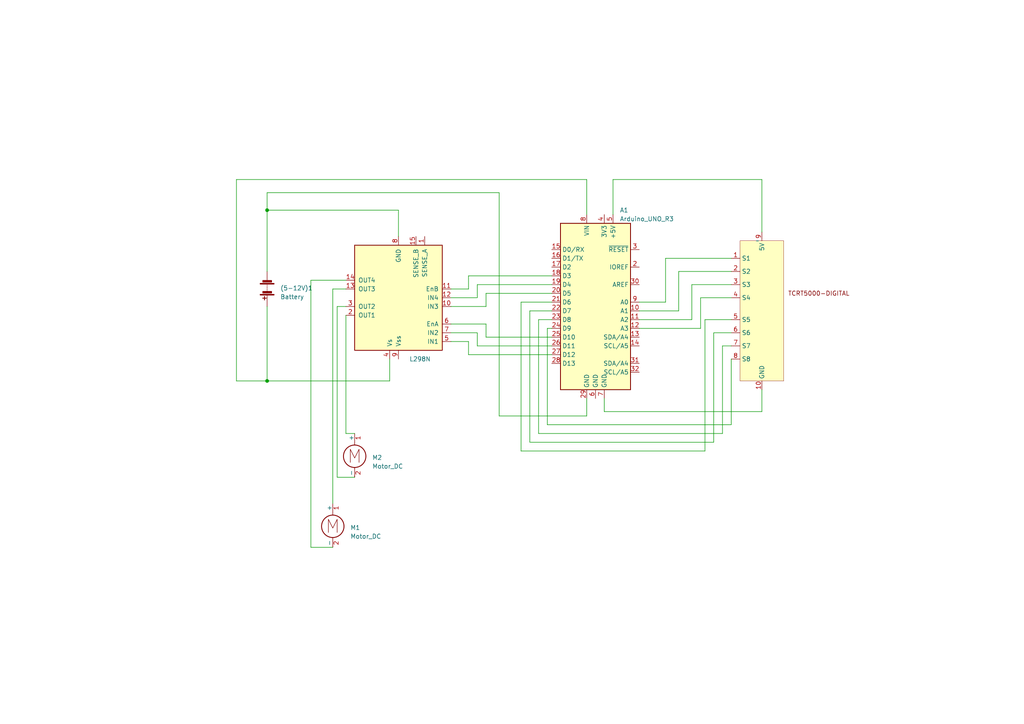
<source format=kicad_sch>
(kicad_sch (version 20230121) (generator eeschema)

  (uuid 09cc8725-bd0b-4926-aa96-4a8eef98aa3c)

  (paper "A4")

  (lib_symbols
    (symbol "Device:Battery" (pin_numbers hide) (pin_names (offset 0) hide) (in_bom yes) (on_board yes)
      (property "Reference" "BT" (at 2.54 2.54 0)
        (effects (font (size 1.27 1.27)) (justify left))
      )
      (property "Value" "Battery" (at 2.54 0 0)
        (effects (font (size 1.27 1.27)) (justify left))
      )
      (property "Footprint" "" (at 0 1.524 90)
        (effects (font (size 1.27 1.27)) hide)
      )
      (property "Datasheet" "~" (at 0 1.524 90)
        (effects (font (size 1.27 1.27)) hide)
      )
      (property "ki_keywords" "batt voltage-source cell" (at 0 0 0)
        (effects (font (size 1.27 1.27)) hide)
      )
      (property "ki_description" "Multiple-cell battery" (at 0 0 0)
        (effects (font (size 1.27 1.27)) hide)
      )
      (symbol "Battery_0_1"
        (rectangle (start -2.032 -1.397) (end 2.032 -1.651)
          (stroke (width 0) (type default))
          (fill (type outline))
        )
        (rectangle (start -2.032 1.778) (end 2.032 1.524)
          (stroke (width 0) (type default))
          (fill (type outline))
        )
        (rectangle (start -1.3208 -1.9812) (end 1.27 -2.4892)
          (stroke (width 0) (type default))
          (fill (type outline))
        )
        (rectangle (start -1.3208 1.1938) (end 1.27 0.6858)
          (stroke (width 0) (type default))
          (fill (type outline))
        )
        (polyline
          (pts
            (xy 0 -1.524)
            (xy 0 -1.27)
          )
          (stroke (width 0) (type default))
          (fill (type none))
        )
        (polyline
          (pts
            (xy 0 -1.016)
            (xy 0 -0.762)
          )
          (stroke (width 0) (type default))
          (fill (type none))
        )
        (polyline
          (pts
            (xy 0 -0.508)
            (xy 0 -0.254)
          )
          (stroke (width 0) (type default))
          (fill (type none))
        )
        (polyline
          (pts
            (xy 0 0)
            (xy 0 0.254)
          )
          (stroke (width 0) (type default))
          (fill (type none))
        )
        (polyline
          (pts
            (xy 0 0.508)
            (xy 0 0.762)
          )
          (stroke (width 0) (type default))
          (fill (type none))
        )
        (polyline
          (pts
            (xy 0 1.778)
            (xy 0 2.54)
          )
          (stroke (width 0) (type default))
          (fill (type none))
        )
        (polyline
          (pts
            (xy 0.254 2.667)
            (xy 1.27 2.667)
          )
          (stroke (width 0.254) (type default))
          (fill (type none))
        )
        (polyline
          (pts
            (xy 0.762 3.175)
            (xy 0.762 2.159)
          )
          (stroke (width 0.254) (type default))
          (fill (type none))
        )
      )
      (symbol "Battery_1_1"
        (pin passive line (at 0 5.08 270) (length 2.54)
          (name "+" (effects (font (size 1.27 1.27))))
          (number "1" (effects (font (size 1.27 1.27))))
        )
        (pin passive line (at 0 -5.08 90) (length 2.54)
          (name "-" (effects (font (size 1.27 1.27))))
          (number "2" (effects (font (size 1.27 1.27))))
        )
      )
    )
    (symbol "Driver_Motor:L298N" (pin_names (offset 1.016)) (in_bom yes) (on_board yes)
      (property "Reference" "U" (at -10.16 16.51 0)
        (effects (font (size 1.27 1.27)) (justify right))
      )
      (property "Value" "L298N" (at 12.7 16.51 0)
        (effects (font (size 1.27 1.27)) (justify right))
      )
      (property "Footprint" "Package_TO_SOT_THT:TO-220-15_P2.54x2.54mm_StaggerOdd_Lead4.58mm_Vertical" (at 1.27 -16.51 0)
        (effects (font (size 1.27 1.27)) (justify left) hide)
      )
      (property "Datasheet" "http://www.st.com/st-web-ui/static/active/en/resource/technical/document/datasheet/CD00000240.pdf" (at 3.81 6.35 0)
        (effects (font (size 1.27 1.27)) hide)
      )
      (property "ki_keywords" "H-bridge motor driver" (at 0 0 0)
        (effects (font (size 1.27 1.27)) hide)
      )
      (property "ki_description" "Dual full bridge motor driver, up to 46V, 4A, Multiwatt15-V" (at 0 0 0)
        (effects (font (size 1.27 1.27)) hide)
      )
      (property "ki_fp_filters" "TO?220*StaggerOdd*Vertical*" (at 0 0 0)
        (effects (font (size 1.27 1.27)) hide)
      )
      (symbol "L298N_0_1"
        (rectangle (start -12.7 15.24) (end 12.7 -15.24)
          (stroke (width 0.254) (type default))
          (fill (type background))
        )
      )
      (symbol "L298N_1_1"
        (pin power_in line (at -7.62 -17.78 90) (length 2.54)
          (name "SENSE_A" (effects (font (size 1.27 1.27))))
          (number "1" (effects (font (size 1.27 1.27))))
        )
        (pin input line (at -15.24 2.54 0) (length 2.54)
          (name "IN3" (effects (font (size 1.27 1.27))))
          (number "10" (effects (font (size 1.27 1.27))))
        )
        (pin input line (at -15.24 -2.54 0) (length 2.54)
          (name "EnB" (effects (font (size 1.27 1.27))))
          (number "11" (effects (font (size 1.27 1.27))))
        )
        (pin input line (at -15.24 0 0) (length 2.54)
          (name "IN4" (effects (font (size 1.27 1.27))))
          (number "12" (effects (font (size 1.27 1.27))))
        )
        (pin output line (at 15.24 -2.54 180) (length 2.54)
          (name "OUT3" (effects (font (size 1.27 1.27))))
          (number "13" (effects (font (size 1.27 1.27))))
        )
        (pin output line (at 15.24 -5.08 180) (length 2.54)
          (name "OUT4" (effects (font (size 1.27 1.27))))
          (number "14" (effects (font (size 1.27 1.27))))
        )
        (pin power_in line (at -5.08 -17.78 90) (length 2.54)
          (name "SENSE_B" (effects (font (size 1.27 1.27))))
          (number "15" (effects (font (size 1.27 1.27))))
        )
        (pin output line (at 15.24 5.08 180) (length 2.54)
          (name "OUT1" (effects (font (size 1.27 1.27))))
          (number "2" (effects (font (size 1.27 1.27))))
        )
        (pin output line (at 15.24 2.54 180) (length 2.54)
          (name "OUT2" (effects (font (size 1.27 1.27))))
          (number "3" (effects (font (size 1.27 1.27))))
        )
        (pin power_in line (at 2.54 17.78 270) (length 2.54)
          (name "Vs" (effects (font (size 1.27 1.27))))
          (number "4" (effects (font (size 1.27 1.27))))
        )
        (pin input line (at -15.24 12.7 0) (length 2.54)
          (name "IN1" (effects (font (size 1.27 1.27))))
          (number "5" (effects (font (size 1.27 1.27))))
        )
        (pin input line (at -15.24 7.62 0) (length 2.54)
          (name "EnA" (effects (font (size 1.27 1.27))))
          (number "6" (effects (font (size 1.27 1.27))))
        )
        (pin input line (at -15.24 10.16 0) (length 2.54)
          (name "IN2" (effects (font (size 1.27 1.27))))
          (number "7" (effects (font (size 1.27 1.27))))
        )
        (pin power_in line (at 0 -17.78 90) (length 2.54)
          (name "GND" (effects (font (size 1.27 1.27))))
          (number "8" (effects (font (size 1.27 1.27))))
        )
        (pin power_in line (at 0 17.78 270) (length 2.54)
          (name "Vss" (effects (font (size 1.27 1.27))))
          (number "9" (effects (font (size 1.27 1.27))))
        )
      )
    )
    (symbol "MCU_Module:Arduino_UNO_R3" (in_bom yes) (on_board yes)
      (property "Reference" "A" (at -10.16 23.495 0)
        (effects (font (size 1.27 1.27)) (justify left bottom))
      )
      (property "Value" "Arduino_UNO_R3" (at 5.08 -26.67 0)
        (effects (font (size 1.27 1.27)) (justify left top))
      )
      (property "Footprint" "Module:Arduino_UNO_R3" (at 0 0 0)
        (effects (font (size 1.27 1.27) italic) hide)
      )
      (property "Datasheet" "https://www.arduino.cc/en/Main/arduinoBoardUno" (at 0 0 0)
        (effects (font (size 1.27 1.27)) hide)
      )
      (property "ki_keywords" "Arduino UNO R3 Microcontroller Module Atmel AVR USB" (at 0 0 0)
        (effects (font (size 1.27 1.27)) hide)
      )
      (property "ki_description" "Arduino UNO Microcontroller Module, release 3" (at 0 0 0)
        (effects (font (size 1.27 1.27)) hide)
      )
      (property "ki_fp_filters" "Arduino*UNO*R3*" (at 0 0 0)
        (effects (font (size 1.27 1.27)) hide)
      )
      (symbol "Arduino_UNO_R3_0_1"
        (rectangle (start -10.16 22.86) (end 10.16 -25.4)
          (stroke (width 0.254) (type default))
          (fill (type background))
        )
      )
      (symbol "Arduino_UNO_R3_1_1"
        (pin no_connect line (at -10.16 -20.32 0) (length 2.54) hide
          (name "NC" (effects (font (size 1.27 1.27))))
          (number "1" (effects (font (size 1.27 1.27))))
        )
        (pin bidirectional line (at 12.7 -2.54 180) (length 2.54)
          (name "A1" (effects (font (size 1.27 1.27))))
          (number "10" (effects (font (size 1.27 1.27))))
        )
        (pin bidirectional line (at 12.7 -5.08 180) (length 2.54)
          (name "A2" (effects (font (size 1.27 1.27))))
          (number "11" (effects (font (size 1.27 1.27))))
        )
        (pin bidirectional line (at 12.7 -7.62 180) (length 2.54)
          (name "A3" (effects (font (size 1.27 1.27))))
          (number "12" (effects (font (size 1.27 1.27))))
        )
        (pin bidirectional line (at 12.7 -10.16 180) (length 2.54)
          (name "SDA/A4" (effects (font (size 1.27 1.27))))
          (number "13" (effects (font (size 1.27 1.27))))
        )
        (pin bidirectional line (at 12.7 -12.7 180) (length 2.54)
          (name "SCL/A5" (effects (font (size 1.27 1.27))))
          (number "14" (effects (font (size 1.27 1.27))))
        )
        (pin bidirectional line (at -12.7 15.24 0) (length 2.54)
          (name "D0/RX" (effects (font (size 1.27 1.27))))
          (number "15" (effects (font (size 1.27 1.27))))
        )
        (pin bidirectional line (at -12.7 12.7 0) (length 2.54)
          (name "D1/TX" (effects (font (size 1.27 1.27))))
          (number "16" (effects (font (size 1.27 1.27))))
        )
        (pin bidirectional line (at -12.7 10.16 0) (length 2.54)
          (name "D2" (effects (font (size 1.27 1.27))))
          (number "17" (effects (font (size 1.27 1.27))))
        )
        (pin bidirectional line (at -12.7 7.62 0) (length 2.54)
          (name "D3" (effects (font (size 1.27 1.27))))
          (number "18" (effects (font (size 1.27 1.27))))
        )
        (pin bidirectional line (at -12.7 5.08 0) (length 2.54)
          (name "D4" (effects (font (size 1.27 1.27))))
          (number "19" (effects (font (size 1.27 1.27))))
        )
        (pin output line (at 12.7 10.16 180) (length 2.54)
          (name "IOREF" (effects (font (size 1.27 1.27))))
          (number "2" (effects (font (size 1.27 1.27))))
        )
        (pin bidirectional line (at -12.7 2.54 0) (length 2.54)
          (name "D5" (effects (font (size 1.27 1.27))))
          (number "20" (effects (font (size 1.27 1.27))))
        )
        (pin bidirectional line (at -12.7 0 0) (length 2.54)
          (name "D6" (effects (font (size 1.27 1.27))))
          (number "21" (effects (font (size 1.27 1.27))))
        )
        (pin bidirectional line (at -12.7 -2.54 0) (length 2.54)
          (name "D7" (effects (font (size 1.27 1.27))))
          (number "22" (effects (font (size 1.27 1.27))))
        )
        (pin bidirectional line (at -12.7 -5.08 0) (length 2.54)
          (name "D8" (effects (font (size 1.27 1.27))))
          (number "23" (effects (font (size 1.27 1.27))))
        )
        (pin bidirectional line (at -12.7 -7.62 0) (length 2.54)
          (name "D9" (effects (font (size 1.27 1.27))))
          (number "24" (effects (font (size 1.27 1.27))))
        )
        (pin bidirectional line (at -12.7 -10.16 0) (length 2.54)
          (name "D10" (effects (font (size 1.27 1.27))))
          (number "25" (effects (font (size 1.27 1.27))))
        )
        (pin bidirectional line (at -12.7 -12.7 0) (length 2.54)
          (name "D11" (effects (font (size 1.27 1.27))))
          (number "26" (effects (font (size 1.27 1.27))))
        )
        (pin bidirectional line (at -12.7 -15.24 0) (length 2.54)
          (name "D12" (effects (font (size 1.27 1.27))))
          (number "27" (effects (font (size 1.27 1.27))))
        )
        (pin bidirectional line (at -12.7 -17.78 0) (length 2.54)
          (name "D13" (effects (font (size 1.27 1.27))))
          (number "28" (effects (font (size 1.27 1.27))))
        )
        (pin power_in line (at -2.54 -27.94 90) (length 2.54)
          (name "GND" (effects (font (size 1.27 1.27))))
          (number "29" (effects (font (size 1.27 1.27))))
        )
        (pin input line (at 12.7 15.24 180) (length 2.54)
          (name "~{RESET}" (effects (font (size 1.27 1.27))))
          (number "3" (effects (font (size 1.27 1.27))))
        )
        (pin input line (at 12.7 5.08 180) (length 2.54)
          (name "AREF" (effects (font (size 1.27 1.27))))
          (number "30" (effects (font (size 1.27 1.27))))
        )
        (pin bidirectional line (at 12.7 -17.78 180) (length 2.54)
          (name "SDA/A4" (effects (font (size 1.27 1.27))))
          (number "31" (effects (font (size 1.27 1.27))))
        )
        (pin bidirectional line (at 12.7 -20.32 180) (length 2.54)
          (name "SCL/A5" (effects (font (size 1.27 1.27))))
          (number "32" (effects (font (size 1.27 1.27))))
        )
        (pin power_out line (at 2.54 25.4 270) (length 2.54)
          (name "3V3" (effects (font (size 1.27 1.27))))
          (number "4" (effects (font (size 1.27 1.27))))
        )
        (pin power_out line (at 5.08 25.4 270) (length 2.54)
          (name "+5V" (effects (font (size 1.27 1.27))))
          (number "5" (effects (font (size 1.27 1.27))))
        )
        (pin power_in line (at 0 -27.94 90) (length 2.54)
          (name "GND" (effects (font (size 1.27 1.27))))
          (number "6" (effects (font (size 1.27 1.27))))
        )
        (pin power_in line (at 2.54 -27.94 90) (length 2.54)
          (name "GND" (effects (font (size 1.27 1.27))))
          (number "7" (effects (font (size 1.27 1.27))))
        )
        (pin power_in line (at -2.54 25.4 270) (length 2.54)
          (name "VIN" (effects (font (size 1.27 1.27))))
          (number "8" (effects (font (size 1.27 1.27))))
        )
        (pin bidirectional line (at 12.7 0 180) (length 2.54)
          (name "A0" (effects (font (size 1.27 1.27))))
          (number "9" (effects (font (size 1.27 1.27))))
        )
      )
    )
    (symbol "Motor:Motor_DC" (pin_names (offset 0)) (in_bom yes) (on_board yes)
      (property "Reference" "M" (at 2.54 2.54 0)
        (effects (font (size 1.27 1.27)) (justify left))
      )
      (property "Value" "Motor_DC" (at 2.54 -5.08 0)
        (effects (font (size 1.27 1.27)) (justify left top))
      )
      (property "Footprint" "" (at 0 -2.286 0)
        (effects (font (size 1.27 1.27)) hide)
      )
      (property "Datasheet" "~" (at 0 -2.286 0)
        (effects (font (size 1.27 1.27)) hide)
      )
      (property "ki_keywords" "DC Motor" (at 0 0 0)
        (effects (font (size 1.27 1.27)) hide)
      )
      (property "ki_description" "DC Motor" (at 0 0 0)
        (effects (font (size 1.27 1.27)) hide)
      )
      (property "ki_fp_filters" "PinHeader*P2.54mm* TerminalBlock*" (at 0 0 0)
        (effects (font (size 1.27 1.27)) hide)
      )
      (symbol "Motor_DC_0_0"
        (polyline
          (pts
            (xy -1.27 -3.302)
            (xy -1.27 0.508)
            (xy 0 -2.032)
            (xy 1.27 0.508)
            (xy 1.27 -3.302)
          )
          (stroke (width 0) (type default))
          (fill (type none))
        )
      )
      (symbol "Motor_DC_0_1"
        (circle (center 0 -1.524) (radius 3.2512)
          (stroke (width 0.254) (type default))
          (fill (type none))
        )
        (polyline
          (pts
            (xy 0 -7.62)
            (xy 0 -7.112)
          )
          (stroke (width 0) (type default))
          (fill (type none))
        )
        (polyline
          (pts
            (xy 0 -4.7752)
            (xy 0 -5.1816)
          )
          (stroke (width 0) (type default))
          (fill (type none))
        )
        (polyline
          (pts
            (xy 0 1.7272)
            (xy 0 2.0828)
          )
          (stroke (width 0) (type default))
          (fill (type none))
        )
        (polyline
          (pts
            (xy 0 2.032)
            (xy 0 2.54)
          )
          (stroke (width 0) (type default))
          (fill (type none))
        )
      )
      (symbol "Motor_DC_1_1"
        (pin passive line (at 0 5.08 270) (length 2.54)
          (name "+" (effects (font (size 1.27 1.27))))
          (number "1" (effects (font (size 1.27 1.27))))
        )
        (pin passive line (at 0 -7.62 90) (length 2.54)
          (name "-" (effects (font (size 1.27 1.27))))
          (number "2" (effects (font (size 1.27 1.27))))
        )
      )
    )
    (symbol "TCRT-5000 IR ARRAY:TCRT5000" (in_bom yes) (on_board yes)
      (property "Reference" "U" (at -2.54 22.86 0)
        (effects (font (size 1.27 1.27)))
      )
      (property "Value" "" (at -1.27 20.32 0)
        (effects (font (size 1.27 1.27)))
      )
      (property "Footprint" "" (at -1.27 20.32 0)
        (effects (font (size 1.27 1.27)) hide)
      )
      (property "Datasheet" "" (at -1.27 20.32 0)
        (effects (font (size 1.27 1.27)) hide)
      )
      (symbol "TCRT5000_1_1"
        (rectangle (start -6.35 20.32) (end 6.35 -20.32)
          (stroke (width 0.04) (type default))
          (fill (type background))
        )
        (text "TCRT5000-DIGITAL" (at 16.51 5.08 0)
          (effects (font (size 1.27 1.27)))
        )
        (pin output line (at -8.89 15.24 0) (length 2.54)
          (name "S1" (effects (font (size 1.27 1.27))))
          (number "1" (effects (font (size 1.27 1.27))))
        )
        (pin power_in line (at 0 -22.86 90) (length 2.54)
          (name "GND" (effects (font (size 1.27 1.27))))
          (number "10" (effects (font (size 1.27 1.27))))
        )
        (pin output line (at -8.89 11.43 0) (length 2.54)
          (name "S2" (effects (font (size 1.27 1.27))))
          (number "2" (effects (font (size 1.27 1.27))))
        )
        (pin output line (at -8.89 7.62 0) (length 2.54)
          (name "S3" (effects (font (size 1.27 1.27))))
          (number "3" (effects (font (size 1.27 1.27))))
        )
        (pin output line (at -8.89 3.81 0) (length 2.54)
          (name "S4" (effects (font (size 1.27 1.27))))
          (number "4" (effects (font (size 1.27 1.27))))
        )
        (pin output line (at -8.89 -2.54 0) (length 2.54)
          (name "S5" (effects (font (size 1.27 1.27))))
          (number "5" (effects (font (size 1.27 1.27))))
        )
        (pin output line (at -8.89 -6.35 0) (length 2.54)
          (name "S6" (effects (font (size 1.27 1.27))))
          (number "6" (effects (font (size 1.27 1.27))))
        )
        (pin output line (at -8.89 -10.16 0) (length 2.54)
          (name "S7" (effects (font (size 1.27 1.27))))
          (number "7" (effects (font (size 1.27 1.27))))
        )
        (pin output line (at -8.89 -13.97 0) (length 2.54)
          (name "S8" (effects (font (size 1.27 1.27))))
          (number "8" (effects (font (size 1.27 1.27))))
        )
        (pin power_in line (at 0 22.86 270) (length 2.54)
          (name "5V" (effects (font (size 1.27 1.27))))
          (number "9" (effects (font (size 1.27 1.27))))
        )
      )
    )
  )

  (junction (at 77.47 110.49) (diameter 0) (color 0 0 0 0)
    (uuid 9443dc39-f16f-45a2-9c57-537c61b0b101)
  )
  (junction (at 77.47 60.96) (diameter 0) (color 0 0 0 0)
    (uuid f094f820-bbd5-4789-b40c-2567c2f37003)
  )

  (wire (pts (xy 77.47 78.74) (xy 77.47 60.96))
    (stroke (width 0) (type default))
    (uuid 08ba1672-6c9e-496d-b41d-c176a6f5f0a7)
  )
  (wire (pts (xy 115.57 60.96) (xy 115.57 68.58))
    (stroke (width 0) (type default))
    (uuid 0ac578f7-bce0-4c60-9bb8-74a533fe68fc)
  )
  (wire (pts (xy 156.21 125.73) (xy 209.55 125.73))
    (stroke (width 0) (type default))
    (uuid 0db15324-9fe3-4b54-b542-4785356ec00e)
  )
  (wire (pts (xy 175.26 115.57) (xy 175.26 119.38))
    (stroke (width 0) (type default))
    (uuid 1167b78e-5825-4572-981d-b94a1b68656e)
  )
  (wire (pts (xy 77.47 110.49) (xy 68.58 110.49))
    (stroke (width 0) (type default))
    (uuid 14ed0132-a5c6-436a-a158-e124ddf12039)
  )
  (wire (pts (xy 151.13 130.81) (xy 204.47 130.81))
    (stroke (width 0) (type default))
    (uuid 18ca808d-9b42-4c43-8f5d-4324a11619d6)
  )
  (wire (pts (xy 130.81 83.82) (xy 135.89 83.82))
    (stroke (width 0) (type default))
    (uuid 18e78dcf-b15b-4164-8805-11243dd5f082)
  )
  (wire (pts (xy 185.42 87.63) (xy 193.04 87.63))
    (stroke (width 0) (type default))
    (uuid 1934ba2d-4f46-4084-af6a-9cece16926b6)
  )
  (wire (pts (xy 185.42 95.25) (xy 203.2 95.25))
    (stroke (width 0) (type default))
    (uuid 1bd5ad7f-2eae-4db6-8d84-4fa94e22cf99)
  )
  (wire (pts (xy 177.8 52.07) (xy 220.98 52.07))
    (stroke (width 0) (type default))
    (uuid 1cc8f4a4-60d9-4c49-abbf-c0537843b392)
  )
  (wire (pts (xy 135.89 102.87) (xy 160.02 102.87))
    (stroke (width 0) (type default))
    (uuid 1d7d0a8e-ff71-460d-82b0-f4282cb8154b)
  )
  (wire (pts (xy 77.47 60.96) (xy 77.47 55.88))
    (stroke (width 0) (type default))
    (uuid 1e000970-7c47-42da-b879-3e4e8430ed70)
  )
  (wire (pts (xy 220.98 119.38) (xy 220.98 113.03))
    (stroke (width 0) (type default))
    (uuid 1edb93cb-3ada-4c6a-8312-251051365260)
  )
  (wire (pts (xy 135.89 80.01) (xy 160.02 80.01))
    (stroke (width 0) (type default))
    (uuid 27e5865a-7068-47ec-98ac-eb3112c912b4)
  )
  (wire (pts (xy 177.8 62.23) (xy 177.8 52.07))
    (stroke (width 0) (type default))
    (uuid 2b8e6be9-ec37-4f0c-86bf-bf2b40f97567)
  )
  (wire (pts (xy 200.66 82.55) (xy 212.09 82.55))
    (stroke (width 0) (type default))
    (uuid 2f40348c-21d7-4758-b46c-3d786f7442f6)
  )
  (wire (pts (xy 212.09 123.19) (xy 212.09 104.14))
    (stroke (width 0) (type default))
    (uuid 300a4762-f56b-422e-b384-361bad4be11b)
  )
  (wire (pts (xy 100.33 125.73) (xy 102.87 125.73))
    (stroke (width 0) (type default))
    (uuid 32c1ce0c-cecf-483d-96e0-32cb9364288d)
  )
  (wire (pts (xy 170.18 52.07) (xy 170.18 62.23))
    (stroke (width 0) (type default))
    (uuid 3929063f-f755-4023-a443-1d04f3d0d1f4)
  )
  (wire (pts (xy 77.47 88.9) (xy 77.47 110.49))
    (stroke (width 0) (type default))
    (uuid 3a717a15-9b2e-4461-b813-51abc7b21633)
  )
  (wire (pts (xy 153.67 90.17) (xy 153.67 128.27))
    (stroke (width 0) (type default))
    (uuid 3a86624e-9168-4e36-a711-ab92623b469a)
  )
  (wire (pts (xy 138.43 100.33) (xy 160.02 100.33))
    (stroke (width 0) (type default))
    (uuid 3b98eabd-46a4-422f-8479-5bc6ed646945)
  )
  (wire (pts (xy 130.81 88.9) (xy 140.97 88.9))
    (stroke (width 0) (type default))
    (uuid 4285e8b7-62f8-4d9d-82ba-a5e3a805514f)
  )
  (wire (pts (xy 207.01 96.52) (xy 212.09 96.52))
    (stroke (width 0) (type default))
    (uuid 42c52af4-dfdb-4d0e-8e6b-03fd8131848d)
  )
  (wire (pts (xy 138.43 86.36) (xy 138.43 82.55))
    (stroke (width 0) (type default))
    (uuid 48077524-bad7-4413-9303-d87ccbaf7130)
  )
  (wire (pts (xy 204.47 130.81) (xy 204.47 92.71))
    (stroke (width 0) (type default))
    (uuid 49059b2e-9c77-4e54-9a3f-a142fc37cc9b)
  )
  (wire (pts (xy 68.58 52.07) (xy 170.18 52.07))
    (stroke (width 0) (type default))
    (uuid 4caaebdd-7436-4a0b-96d0-bf87a48c5f78)
  )
  (wire (pts (xy 160.02 92.71) (xy 156.21 92.71))
    (stroke (width 0) (type default))
    (uuid 53b0f18b-5e6b-4972-b139-6ec8410adeef)
  )
  (wire (pts (xy 68.58 110.49) (xy 68.58 52.07))
    (stroke (width 0) (type default))
    (uuid 555c1bf8-7d4f-47fe-8d67-a1029ddc18c9)
  )
  (wire (pts (xy 153.67 128.27) (xy 207.01 128.27))
    (stroke (width 0) (type default))
    (uuid 5a5cf5e3-d505-4cf0-93b3-03df6b463157)
  )
  (wire (pts (xy 90.17 158.75) (xy 96.52 158.75))
    (stroke (width 0) (type default))
    (uuid 5bee1cf0-40fd-4b96-991e-ea9dcb3e9cf9)
  )
  (wire (pts (xy 209.55 125.73) (xy 209.55 100.33))
    (stroke (width 0) (type default))
    (uuid 62b9d680-fe72-41f7-a3e9-6304234281bf)
  )
  (wire (pts (xy 100.33 81.28) (xy 90.17 81.28))
    (stroke (width 0) (type default))
    (uuid 66a3a9cb-8621-49c8-ae57-7327d40aeb9b)
  )
  (wire (pts (xy 151.13 87.63) (xy 151.13 130.81))
    (stroke (width 0) (type default))
    (uuid 66f59beb-4418-4260-b73f-fe931a2e7e84)
  )
  (wire (pts (xy 144.78 120.65) (xy 170.18 120.65))
    (stroke (width 0) (type default))
    (uuid 6aa8b9c7-130b-4bf4-aea2-aec9ea3714f1)
  )
  (wire (pts (xy 144.78 55.88) (xy 144.78 120.65))
    (stroke (width 0) (type default))
    (uuid 6bc7d82e-6a78-4e68-afae-9d4080191876)
  )
  (wire (pts (xy 113.03 110.49) (xy 113.03 104.14))
    (stroke (width 0) (type default))
    (uuid 6c8cc305-e7bc-4a3c-9ab9-f933ed844cb5)
  )
  (wire (pts (xy 100.33 91.44) (xy 100.33 125.73))
    (stroke (width 0) (type default))
    (uuid 6ff109c0-54d2-4fc0-ae43-1727a9c6c05b)
  )
  (wire (pts (xy 90.17 81.28) (xy 90.17 158.75))
    (stroke (width 0) (type default))
    (uuid 70afc31a-c532-4075-b74a-8f7e1d14e4f0)
  )
  (wire (pts (xy 203.2 95.25) (xy 203.2 86.36))
    (stroke (width 0) (type default))
    (uuid 722c0b6e-410e-4f8c-b118-3110c9445cc0)
  )
  (wire (pts (xy 158.75 95.25) (xy 158.75 123.19))
    (stroke (width 0) (type default))
    (uuid 72f75854-7a31-4565-8f3b-c55f3379c76d)
  )
  (wire (pts (xy 97.79 138.43) (xy 102.87 138.43))
    (stroke (width 0) (type default))
    (uuid 7460758f-833c-4e5b-a88f-d3bff1c76044)
  )
  (wire (pts (xy 175.26 119.38) (xy 220.98 119.38))
    (stroke (width 0) (type default))
    (uuid 766e7ec1-7107-4bb5-9a95-2cdf923cce6f)
  )
  (wire (pts (xy 196.85 90.17) (xy 196.85 78.74))
    (stroke (width 0) (type default))
    (uuid 77ebe56a-41a4-4de8-bd66-ea395171bcfc)
  )
  (wire (pts (xy 193.04 87.63) (xy 193.04 74.93))
    (stroke (width 0) (type default))
    (uuid 785a169d-c5c2-47fc-a56a-8cc3138be430)
  )
  (wire (pts (xy 156.21 92.71) (xy 156.21 125.73))
    (stroke (width 0) (type default))
    (uuid 78aa7f51-2e3e-4969-bab7-ada05d2d2aab)
  )
  (wire (pts (xy 160.02 90.17) (xy 153.67 90.17))
    (stroke (width 0) (type default))
    (uuid 7b06b874-cce3-4ba1-824f-e24141696db5)
  )
  (wire (pts (xy 140.97 93.98) (xy 130.81 93.98))
    (stroke (width 0) (type default))
    (uuid 7d804698-8e26-430c-86e7-d0e25f4227b6)
  )
  (wire (pts (xy 100.33 88.9) (xy 97.79 88.9))
    (stroke (width 0) (type default))
    (uuid 7eb3e599-918e-4586-8058-5bdd7b5d7479)
  )
  (wire (pts (xy 130.81 99.06) (xy 135.89 99.06))
    (stroke (width 0) (type default))
    (uuid 82ee1c84-e5fa-496e-8f66-225d6d5bb723)
  )
  (wire (pts (xy 77.47 60.96) (xy 115.57 60.96))
    (stroke (width 0) (type default))
    (uuid 833a43bf-f76f-4862-9590-a9be9f83a50a)
  )
  (wire (pts (xy 130.81 96.52) (xy 138.43 96.52))
    (stroke (width 0) (type default))
    (uuid 8b6ea8fa-1995-4781-99f4-cf7f1aeae5fd)
  )
  (wire (pts (xy 209.55 100.33) (xy 212.09 100.33))
    (stroke (width 0) (type default))
    (uuid 902cdbc2-1da5-48c1-ac85-1b8a2cdc4cb5)
  )
  (wire (pts (xy 207.01 128.27) (xy 207.01 96.52))
    (stroke (width 0) (type default))
    (uuid 92a52266-17f6-4cb0-b750-522459d49aee)
  )
  (wire (pts (xy 97.79 88.9) (xy 97.79 138.43))
    (stroke (width 0) (type default))
    (uuid 97309635-c7ba-4c2b-a17f-f8f5794b90f9)
  )
  (wire (pts (xy 160.02 87.63) (xy 151.13 87.63))
    (stroke (width 0) (type default))
    (uuid 982a71b7-4363-4251-a204-00be6dffa288)
  )
  (wire (pts (xy 138.43 82.55) (xy 160.02 82.55))
    (stroke (width 0) (type default))
    (uuid 9a317ea0-37de-4306-8a13-7bbbe0790ef3)
  )
  (wire (pts (xy 77.47 110.49) (xy 113.03 110.49))
    (stroke (width 0) (type default))
    (uuid 9ab26d12-f625-4249-8014-6a6c536e4ab6)
  )
  (wire (pts (xy 185.42 92.71) (xy 200.66 92.71))
    (stroke (width 0) (type default))
    (uuid 9bb9dc03-6112-461f-9b2b-57b6b962f45c)
  )
  (wire (pts (xy 160.02 97.79) (xy 140.97 97.79))
    (stroke (width 0) (type default))
    (uuid 9de4e2e9-6fcf-4a06-a15e-fee87273e790)
  )
  (wire (pts (xy 130.81 86.36) (xy 138.43 86.36))
    (stroke (width 0) (type default))
    (uuid 9eaf3259-1025-471b-bcbd-fae795b8848d)
  )
  (wire (pts (xy 100.33 83.82) (xy 96.52 83.82))
    (stroke (width 0) (type default))
    (uuid a50dee1e-1fe2-433d-a13d-d74b7827811c)
  )
  (wire (pts (xy 135.89 99.06) (xy 135.89 102.87))
    (stroke (width 0) (type default))
    (uuid a93cbd33-7fb5-4513-ad8b-aca950e6c51e)
  )
  (wire (pts (xy 200.66 92.71) (xy 200.66 82.55))
    (stroke (width 0) (type default))
    (uuid ab6d2c7c-2531-453a-92a4-692cbdb83e77)
  )
  (wire (pts (xy 160.02 95.25) (xy 158.75 95.25))
    (stroke (width 0) (type default))
    (uuid ac74f405-9aff-4957-a33a-a91d0a9fd1de)
  )
  (wire (pts (xy 196.85 78.74) (xy 212.09 78.74))
    (stroke (width 0) (type default))
    (uuid af7390c6-6fbd-4830-b62d-38c45e641401)
  )
  (wire (pts (xy 140.97 97.79) (xy 140.97 93.98))
    (stroke (width 0) (type default))
    (uuid b7d484f2-ac67-4dfe-8eef-8cbbde2d264a)
  )
  (wire (pts (xy 193.04 74.93) (xy 212.09 74.93))
    (stroke (width 0) (type default))
    (uuid bdc7ab30-a5b2-4c4a-8361-41edaec59d21)
  )
  (wire (pts (xy 77.47 55.88) (xy 144.78 55.88))
    (stroke (width 0) (type default))
    (uuid c32b88bb-60d1-452e-8495-55ff6f5f3cbe)
  )
  (wire (pts (xy 220.98 52.07) (xy 220.98 67.31))
    (stroke (width 0) (type default))
    (uuid c8362ca8-d8bd-468e-bece-bdb3f8a1bb8e)
  )
  (wire (pts (xy 96.52 83.82) (xy 96.52 146.05))
    (stroke (width 0) (type default))
    (uuid cb4d7ecd-8333-41c0-b0c6-a2eef7c57559)
  )
  (wire (pts (xy 204.47 92.71) (xy 212.09 92.71))
    (stroke (width 0) (type default))
    (uuid d9339d47-57b8-4e80-8eed-257ae3436004)
  )
  (wire (pts (xy 203.2 86.36) (xy 212.09 86.36))
    (stroke (width 0) (type default))
    (uuid dad3b62d-9524-412d-8e45-e3e2193867b6)
  )
  (wire (pts (xy 140.97 88.9) (xy 140.97 85.09))
    (stroke (width 0) (type default))
    (uuid db7a6a72-ae19-474a-a69f-021c5252451c)
  )
  (wire (pts (xy 138.43 96.52) (xy 138.43 100.33))
    (stroke (width 0) (type default))
    (uuid e2400145-316a-41b9-aa02-64aba0e24184)
  )
  (wire (pts (xy 170.18 115.57) (xy 170.18 120.65))
    (stroke (width 0) (type default))
    (uuid eab72638-f5d0-4018-a362-793856a53e22)
  )
  (wire (pts (xy 140.97 85.09) (xy 160.02 85.09))
    (stroke (width 0) (type default))
    (uuid eb325934-4f52-4637-85d9-10285fe926da)
  )
  (wire (pts (xy 135.89 83.82) (xy 135.89 80.01))
    (stroke (width 0) (type default))
    (uuid ecb7452e-ee37-4913-9286-84bbad2f9144)
  )
  (wire (pts (xy 185.42 90.17) (xy 196.85 90.17))
    (stroke (width 0) (type default))
    (uuid ede35d76-380d-4b21-b80a-28259cea8b81)
  )
  (wire (pts (xy 158.75 123.19) (xy 212.09 123.19))
    (stroke (width 0) (type default))
    (uuid efa4edb9-cb4a-4f8c-9b4d-2f5ee892b4e4)
  )

  (symbol (lib_id "Motor:Motor_DC") (at 102.87 130.81 0) (unit 1)
    (in_bom yes) (on_board yes) (dnp no)
    (uuid 04395af5-acb8-4172-9820-1731bfea9aa9)
    (property "Reference" "M2" (at 107.95 132.715 0)
      (effects (font (size 1.27 1.27)) (justify left))
    )
    (property "Value" "Motor_DC" (at 107.95 135.255 0)
      (effects (font (size 1.27 1.27)) (justify left))
    )
    (property "Footprint" "" (at 102.87 133.096 0)
      (effects (font (size 1.27 1.27)) hide)
    )
    (property "Datasheet" "~" (at 102.87 133.096 0)
      (effects (font (size 1.27 1.27)) hide)
    )
    (pin "1" (uuid 43c32b69-aa3c-43f8-be36-bc88a9ca8abb))
    (pin "2" (uuid 7bbeb394-3ed8-4bcc-992a-11f484522531))
    (instances
      (project "Line Follower"
        (path "/09cc8725-bd0b-4926-aa96-4a8eef98aa3c"
          (reference "M2") (unit 1)
        )
      )
      (project "Encoder Motor"
        (path "/74dfd6b4-9cfe-4ec2-8cf8-20914d9f381d"
          (reference "M2") (unit 1)
        )
      )
    )
  )

  (symbol (lib_id "MCU_Module:Arduino_UNO_R3") (at 172.72 87.63 0) (unit 1)
    (in_bom yes) (on_board yes) (dnp no) (fields_autoplaced)
    (uuid 18344567-7962-4077-8d97-21568f4286cf)
    (property "Reference" "A1" (at 179.7559 60.96 0)
      (effects (font (size 1.27 1.27)) (justify left))
    )
    (property "Value" "Arduino_UNO_R3" (at 179.7559 63.5 0)
      (effects (font (size 1.27 1.27)) (justify left))
    )
    (property "Footprint" "Module:Arduino_UNO_R3" (at 172.72 87.63 0)
      (effects (font (size 1.27 1.27) italic) hide)
    )
    (property "Datasheet" "https://www.arduino.cc/en/Main/arduinoBoardUno" (at 172.72 87.63 0)
      (effects (font (size 1.27 1.27)) hide)
    )
    (pin "1" (uuid 9201ac56-b2ab-44a1-b48b-f2376589b68c))
    (pin "10" (uuid 5cebd0fd-dd9f-42e1-9412-a0a952fd6c60))
    (pin "11" (uuid b9d1bb9c-695f-40f8-a030-215cbb201911))
    (pin "12" (uuid 6b706ff9-d3f2-4815-832b-b9cb3aeff13c))
    (pin "13" (uuid 775c68ca-cf61-4e4b-a3f4-ba234aeb376d))
    (pin "14" (uuid c51657bc-44a2-4596-baf0-0f9442df14f7))
    (pin "15" (uuid 8c7db432-1ff0-4a8b-8897-4e93e2949cba))
    (pin "16" (uuid c3a25d17-f123-475b-807e-18334affd9a7))
    (pin "17" (uuid 99dc4ec9-3dce-418f-a75b-1f5310968d5d))
    (pin "18" (uuid 52930dbf-2fe7-4d82-a32b-54c1c1734315))
    (pin "19" (uuid 878e414a-9bd7-4367-994e-406adbb94148))
    (pin "2" (uuid 70102f29-31fb-4e96-8488-15bc19a2692a))
    (pin "20" (uuid d919dbbf-b3b0-4a00-a4c0-90a27a44c64b))
    (pin "21" (uuid a6a88bba-40fb-41f9-9e76-801cf8dd6a3c))
    (pin "22" (uuid cd003d93-aa80-497f-af87-41791055ebcd))
    (pin "23" (uuid e2b77b30-8e0b-43ac-9644-783842b6837b))
    (pin "24" (uuid 1bfa4bc8-cb45-4e96-b2ab-1690424aa538))
    (pin "25" (uuid 1def85da-c782-46c5-befd-7d298519c389))
    (pin "26" (uuid daac3b19-4c76-4ce9-b4cb-504310ccd645))
    (pin "27" (uuid f6978b9c-98f4-442d-bc91-83a8ac3a0747))
    (pin "28" (uuid db34eb38-c0a1-4547-9c7a-38593710adbd))
    (pin "29" (uuid 599ebfaa-cd89-4839-9ee7-4e2fd5c966e5))
    (pin "3" (uuid 5114e04f-e917-4bfc-a2cc-34f1472d7322))
    (pin "30" (uuid 631b7a7d-2e1a-4597-bb57-baeac4e12118))
    (pin "31" (uuid 17494738-42a1-4ebf-8758-d59ee71efa78))
    (pin "32" (uuid 61966c0e-571b-4a7a-b2ae-e45a91801c08))
    (pin "4" (uuid 39b5fd6c-3470-4a4a-9d0a-dab1648ad91a))
    (pin "5" (uuid a800ccfb-c0df-470b-a35f-82e9e486a20a))
    (pin "6" (uuid b7651cd1-b0b1-4f6e-95fa-520462e9786b))
    (pin "7" (uuid 18491321-6c13-40c6-a66e-82be45b9881e))
    (pin "8" (uuid 025b1dfe-c91b-4aca-8d07-48f38f40aae9))
    (pin "9" (uuid ea46ff22-8061-4082-a167-b28a8503c337))
    (instances
      (project "Line Follower"
        (path "/09cc8725-bd0b-4926-aa96-4a8eef98aa3c"
          (reference "A1") (unit 1)
        )
      )
      (project "Encoder Motor"
        (path "/74dfd6b4-9cfe-4ec2-8cf8-20914d9f381d"
          (reference "A1") (unit 1)
        )
      )
    )
  )

  (symbol (lib_id "TCRT-5000 IR ARRAY:TCRT5000") (at 220.98 90.17 0) (unit 1)
    (in_bom yes) (on_board yes) (dnp no) (fields_autoplaced)
    (uuid 256e712f-a871-440b-bd8e-700a073c0373)
    (property "Reference" "U2" (at 247.65 90.805 0)
      (effects (font (size 1.27 1.27)) (justify left) hide)
    )
    (property "Value" "~" (at 219.71 69.85 0)
      (effects (font (size 1.27 1.27)))
    )
    (property "Footprint" "" (at 219.71 69.85 0)
      (effects (font (size 1.27 1.27)) hide)
    )
    (property "Datasheet" "" (at 219.71 69.85 0)
      (effects (font (size 1.27 1.27)) hide)
    )
    (pin "1" (uuid cdb78c4d-415d-4887-a273-cd94fae46df8))
    (pin "10" (uuid 9924d60e-e8d7-4c32-9cdb-12c2ccc336b1))
    (pin "2" (uuid e9e3861b-5a70-4080-9df6-71df6b0cbbee))
    (pin "3" (uuid 7b6b5a80-5f00-4bbd-900b-c683132845c5))
    (pin "4" (uuid 75d4981e-764b-473d-9fa8-e85793dae79e))
    (pin "5" (uuid 1ae731f6-b5a7-455b-a1a5-17d4555061a5))
    (pin "6" (uuid 0347119a-f14e-4adc-aeeb-185c2b3b9393))
    (pin "7" (uuid c6ea1f59-a633-4485-ba1d-fe84c6709ed7))
    (pin "8" (uuid 7e9a7e41-2068-4908-bb42-42bf5d3732ba))
    (pin "9" (uuid 458e2cd0-7e96-4be1-887b-c0fa3377f6d7))
    (instances
      (project "Line Follower"
        (path "/09cc8725-bd0b-4926-aa96-4a8eef98aa3c"
          (reference "U2") (unit 1)
        )
      )
      (project "Encoder Motor"
        (path "/74dfd6b4-9cfe-4ec2-8cf8-20914d9f381d"
          (reference "U2") (unit 1)
        )
      )
    )
  )

  (symbol (lib_id "Driver_Motor:L298N") (at 115.57 86.36 180) (unit 1)
    (in_bom yes) (on_board yes) (dnp no) (fields_autoplaced)
    (uuid 403594e4-087a-4ca8-84d5-6120edde5e8e)
    (property "Reference" "U1" (at 111.0741 105.41 0)
      (effects (font (size 1.27 1.27)) (justify left) hide)
    )
    (property "Value" "L298N" (at 118.7197 104.14 0)
      (effects (font (size 1.27 1.27)) (justify right))
    )
    (property "Footprint" "Package_TO_SOT_THT:TO-220-15_P2.54x2.54mm_StaggerOdd_Lead4.58mm_Vertical" (at 114.3 69.85 0)
      (effects (font (size 1.27 1.27)) (justify left) hide)
    )
    (property "Datasheet" "http://www.st.com/st-web-ui/static/active/en/resource/technical/document/datasheet/CD00000240.pdf" (at 111.76 92.71 0)
      (effects (font (size 1.27 1.27)) hide)
    )
    (pin "1" (uuid 855246fb-061b-4b46-879e-607abd9d66f3))
    (pin "10" (uuid 33e69a81-efb3-475b-8d7b-cbb2db23ef2a))
    (pin "11" (uuid 176b86bd-6d37-42cb-827d-316b797fb3ac))
    (pin "12" (uuid a6424265-fcce-4efc-b0eb-df497302a662))
    (pin "13" (uuid ea58153f-c566-4797-a0e4-b2fcc6d4f405))
    (pin "14" (uuid 9f6a53cd-f876-4c03-a917-b576a529ee14))
    (pin "15" (uuid 3a06a791-9fd4-41a3-8374-83bbfa7ae75b))
    (pin "2" (uuid 1f3969ac-f2d1-4a21-bcd1-8b48a660135a))
    (pin "3" (uuid bc805aa4-0c1b-4d95-b011-9e5e17dbef13))
    (pin "4" (uuid 215e0e71-d2f1-43f6-9132-13bb277bb98c))
    (pin "5" (uuid 716ff76b-269f-413f-a6fa-aff881b5fb98))
    (pin "6" (uuid e4c33cd3-836c-4dc2-916f-60c091f503ed))
    (pin "7" (uuid e6f3aef7-1238-462a-8a5b-ce478569f17f))
    (pin "8" (uuid b0c3411e-3555-4f66-a6c8-53b562624cb1))
    (pin "9" (uuid a991e7ba-c4d1-4125-8802-327f449847cc))
    (instances
      (project "Line Follower"
        (path "/09cc8725-bd0b-4926-aa96-4a8eef98aa3c"
          (reference "U1") (unit 1)
        )
      )
      (project "Encoder Motor"
        (path "/74dfd6b4-9cfe-4ec2-8cf8-20914d9f381d"
          (reference "U1") (unit 1)
        )
      )
    )
  )

  (symbol (lib_id "Device:Battery") (at 77.47 83.82 180) (unit 1)
    (in_bom yes) (on_board yes) (dnp no) (fields_autoplaced)
    (uuid a02bff52-e916-431d-9a49-5e2fc42ca380)
    (property "Reference" "(5-12V)1" (at 81.28 83.566 0)
      (effects (font (size 1.27 1.27)) (justify right))
    )
    (property "Value" "Battery" (at 81.28 86.106 0)
      (effects (font (size 1.27 1.27)) (justify right))
    )
    (property "Footprint" "" (at 77.47 85.344 90)
      (effects (font (size 1.27 1.27)) hide)
    )
    (property "Datasheet" "~" (at 77.47 85.344 90)
      (effects (font (size 1.27 1.27)) hide)
    )
    (pin "1" (uuid 93d4c562-986d-4ced-9685-ae719425cc08))
    (pin "2" (uuid 0b199783-ec9a-4528-868a-87b27fa1ea4f))
    (instances
      (project "Line Follower"
        (path "/09cc8725-bd0b-4926-aa96-4a8eef98aa3c"
          (reference "(5-12V)1") (unit 1)
        )
      )
      (project "Encoder Motor"
        (path "/74dfd6b4-9cfe-4ec2-8cf8-20914d9f381d"
          (reference "(5-12V)") (unit 1)
        )
      )
    )
  )

  (symbol (lib_id "Motor:Motor_DC") (at 96.52 151.13 0) (unit 1)
    (in_bom yes) (on_board yes) (dnp no) (fields_autoplaced)
    (uuid b1ea0642-0f4c-4ada-8800-5850c48fa1a4)
    (property "Reference" "M1" (at 101.6 153.035 0)
      (effects (font (size 1.27 1.27)) (justify left))
    )
    (property "Value" "Motor_DC" (at 101.6 155.575 0)
      (effects (font (size 1.27 1.27)) (justify left))
    )
    (property "Footprint" "" (at 96.52 153.416 0)
      (effects (font (size 1.27 1.27)) hide)
    )
    (property "Datasheet" "~" (at 96.52 153.416 0)
      (effects (font (size 1.27 1.27)) hide)
    )
    (pin "1" (uuid e6e51998-2212-4f18-950f-4612dc1645b1))
    (pin "2" (uuid 32632b3c-1b22-4dec-b910-df3e040be0f4))
    (instances
      (project "Line Follower"
        (path "/09cc8725-bd0b-4926-aa96-4a8eef98aa3c"
          (reference "M1") (unit 1)
        )
      )
      (project "Encoder Motor"
        (path "/74dfd6b4-9cfe-4ec2-8cf8-20914d9f381d"
          (reference "M1") (unit 1)
        )
      )
    )
  )

  (sheet_instances
    (path "/" (page "1"))
  )
)

</source>
